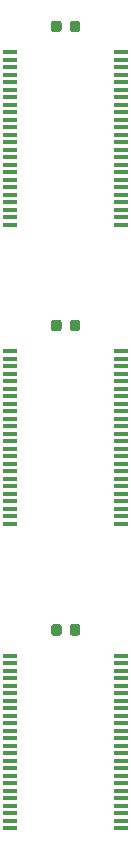
<source format=gbr>
G04 #@! TF.GenerationSoftware,KiCad,Pcbnew,(5.1.5-0-10_14)*
G04 #@! TF.CreationDate,2021-07-25T00:48:49+01:00*
G04 #@! TF.ProjectId,roscbus04,726f7363-6275-4733-9034-2e6b69636164,rev?*
G04 #@! TF.SameCoordinates,Original*
G04 #@! TF.FileFunction,Paste,Top*
G04 #@! TF.FilePolarity,Positive*
%FSLAX46Y46*%
G04 Gerber Fmt 4.6, Leading zero omitted, Abs format (unit mm)*
G04 Created by KiCad (PCBNEW (5.1.5-0-10_14)) date 2021-07-25 00:48:49*
%MOMM*%
%LPD*%
G04 APERTURE LIST*
%ADD10C,0.100000*%
%ADD11R,1.200000X0.400000*%
G04 APERTURE END LIST*
D10*
G36*
X266764590Y-48463053D02*
G01*
X266785825Y-48466203D01*
X266806649Y-48471419D01*
X266826861Y-48478651D01*
X266846267Y-48487830D01*
X266864680Y-48498866D01*
X266881923Y-48511654D01*
X266897829Y-48526070D01*
X266912245Y-48541976D01*
X266925033Y-48559219D01*
X266936069Y-48577632D01*
X266945248Y-48597038D01*
X266952480Y-48617250D01*
X266957696Y-48638074D01*
X266960846Y-48659309D01*
X266961899Y-48680750D01*
X266961899Y-49193250D01*
X266960846Y-49214691D01*
X266957696Y-49235926D01*
X266952480Y-49256750D01*
X266945248Y-49276962D01*
X266936069Y-49296368D01*
X266925033Y-49314781D01*
X266912245Y-49332024D01*
X266897829Y-49347930D01*
X266881923Y-49362346D01*
X266864680Y-49375134D01*
X266846267Y-49386170D01*
X266826861Y-49395349D01*
X266806649Y-49402581D01*
X266785825Y-49407797D01*
X266764590Y-49410947D01*
X266743149Y-49412000D01*
X266305649Y-49412000D01*
X266284208Y-49410947D01*
X266262973Y-49407797D01*
X266242149Y-49402581D01*
X266221937Y-49395349D01*
X266202531Y-49386170D01*
X266184118Y-49375134D01*
X266166875Y-49362346D01*
X266150969Y-49347930D01*
X266136553Y-49332024D01*
X266123765Y-49314781D01*
X266112729Y-49296368D01*
X266103550Y-49276962D01*
X266096318Y-49256750D01*
X266091102Y-49235926D01*
X266087952Y-49214691D01*
X266086899Y-49193250D01*
X266086899Y-48680750D01*
X266087952Y-48659309D01*
X266091102Y-48638074D01*
X266096318Y-48617250D01*
X266103550Y-48597038D01*
X266112729Y-48577632D01*
X266123765Y-48559219D01*
X266136553Y-48541976D01*
X266150969Y-48526070D01*
X266166875Y-48511654D01*
X266184118Y-48498866D01*
X266202531Y-48487830D01*
X266221937Y-48478651D01*
X266242149Y-48471419D01*
X266262973Y-48466203D01*
X266284208Y-48463053D01*
X266305649Y-48462000D01*
X266743149Y-48462000D01*
X266764590Y-48463053D01*
G37*
G36*
X265189590Y-48463053D02*
G01*
X265210825Y-48466203D01*
X265231649Y-48471419D01*
X265251861Y-48478651D01*
X265271267Y-48487830D01*
X265289680Y-48498866D01*
X265306923Y-48511654D01*
X265322829Y-48526070D01*
X265337245Y-48541976D01*
X265350033Y-48559219D01*
X265361069Y-48577632D01*
X265370248Y-48597038D01*
X265377480Y-48617250D01*
X265382696Y-48638074D01*
X265385846Y-48659309D01*
X265386899Y-48680750D01*
X265386899Y-49193250D01*
X265385846Y-49214691D01*
X265382696Y-49235926D01*
X265377480Y-49256750D01*
X265370248Y-49276962D01*
X265361069Y-49296368D01*
X265350033Y-49314781D01*
X265337245Y-49332024D01*
X265322829Y-49347930D01*
X265306923Y-49362346D01*
X265289680Y-49375134D01*
X265271267Y-49386170D01*
X265251861Y-49395349D01*
X265231649Y-49402581D01*
X265210825Y-49407797D01*
X265189590Y-49410947D01*
X265168149Y-49412000D01*
X264730649Y-49412000D01*
X264709208Y-49410947D01*
X264687973Y-49407797D01*
X264667149Y-49402581D01*
X264646937Y-49395349D01*
X264627531Y-49386170D01*
X264609118Y-49375134D01*
X264591875Y-49362346D01*
X264575969Y-49347930D01*
X264561553Y-49332024D01*
X264548765Y-49314781D01*
X264537729Y-49296368D01*
X264528550Y-49276962D01*
X264521318Y-49256750D01*
X264516102Y-49235926D01*
X264512952Y-49214691D01*
X264511899Y-49193250D01*
X264511899Y-48680750D01*
X264512952Y-48659309D01*
X264516102Y-48638074D01*
X264521318Y-48617250D01*
X264528550Y-48597038D01*
X264537729Y-48577632D01*
X264548765Y-48559219D01*
X264561553Y-48541976D01*
X264575969Y-48526070D01*
X264591875Y-48511654D01*
X264609118Y-48498866D01*
X264627531Y-48487830D01*
X264646937Y-48478651D01*
X264667149Y-48471419D01*
X264687973Y-48466203D01*
X264709208Y-48463053D01*
X264730649Y-48462000D01*
X265168149Y-48462000D01*
X265189590Y-48463053D01*
G37*
G36*
X266764590Y-73788053D02*
G01*
X266785825Y-73791203D01*
X266806649Y-73796419D01*
X266826861Y-73803651D01*
X266846267Y-73812830D01*
X266864680Y-73823866D01*
X266881923Y-73836654D01*
X266897829Y-73851070D01*
X266912245Y-73866976D01*
X266925033Y-73884219D01*
X266936069Y-73902632D01*
X266945248Y-73922038D01*
X266952480Y-73942250D01*
X266957696Y-73963074D01*
X266960846Y-73984309D01*
X266961899Y-74005750D01*
X266961899Y-74518250D01*
X266960846Y-74539691D01*
X266957696Y-74560926D01*
X266952480Y-74581750D01*
X266945248Y-74601962D01*
X266936069Y-74621368D01*
X266925033Y-74639781D01*
X266912245Y-74657024D01*
X266897829Y-74672930D01*
X266881923Y-74687346D01*
X266864680Y-74700134D01*
X266846267Y-74711170D01*
X266826861Y-74720349D01*
X266806649Y-74727581D01*
X266785825Y-74732797D01*
X266764590Y-74735947D01*
X266743149Y-74737000D01*
X266305649Y-74737000D01*
X266284208Y-74735947D01*
X266262973Y-74732797D01*
X266242149Y-74727581D01*
X266221937Y-74720349D01*
X266202531Y-74711170D01*
X266184118Y-74700134D01*
X266166875Y-74687346D01*
X266150969Y-74672930D01*
X266136553Y-74657024D01*
X266123765Y-74639781D01*
X266112729Y-74621368D01*
X266103550Y-74601962D01*
X266096318Y-74581750D01*
X266091102Y-74560926D01*
X266087952Y-74539691D01*
X266086899Y-74518250D01*
X266086899Y-74005750D01*
X266087952Y-73984309D01*
X266091102Y-73963074D01*
X266096318Y-73942250D01*
X266103550Y-73922038D01*
X266112729Y-73902632D01*
X266123765Y-73884219D01*
X266136553Y-73866976D01*
X266150969Y-73851070D01*
X266166875Y-73836654D01*
X266184118Y-73823866D01*
X266202531Y-73812830D01*
X266221937Y-73803651D01*
X266242149Y-73796419D01*
X266262973Y-73791203D01*
X266284208Y-73788053D01*
X266305649Y-73787000D01*
X266743149Y-73787000D01*
X266764590Y-73788053D01*
G37*
G36*
X265189590Y-73788053D02*
G01*
X265210825Y-73791203D01*
X265231649Y-73796419D01*
X265251861Y-73803651D01*
X265271267Y-73812830D01*
X265289680Y-73823866D01*
X265306923Y-73836654D01*
X265322829Y-73851070D01*
X265337245Y-73866976D01*
X265350033Y-73884219D01*
X265361069Y-73902632D01*
X265370248Y-73922038D01*
X265377480Y-73942250D01*
X265382696Y-73963074D01*
X265385846Y-73984309D01*
X265386899Y-74005750D01*
X265386899Y-74518250D01*
X265385846Y-74539691D01*
X265382696Y-74560926D01*
X265377480Y-74581750D01*
X265370248Y-74601962D01*
X265361069Y-74621368D01*
X265350033Y-74639781D01*
X265337245Y-74657024D01*
X265322829Y-74672930D01*
X265306923Y-74687346D01*
X265289680Y-74700134D01*
X265271267Y-74711170D01*
X265251861Y-74720349D01*
X265231649Y-74727581D01*
X265210825Y-74732797D01*
X265189590Y-74735947D01*
X265168149Y-74737000D01*
X264730649Y-74737000D01*
X264709208Y-74735947D01*
X264687973Y-74732797D01*
X264667149Y-74727581D01*
X264646937Y-74720349D01*
X264627531Y-74711170D01*
X264609118Y-74700134D01*
X264591875Y-74687346D01*
X264575969Y-74672930D01*
X264561553Y-74657024D01*
X264548765Y-74639781D01*
X264537729Y-74621368D01*
X264528550Y-74601962D01*
X264521318Y-74581750D01*
X264516102Y-74560926D01*
X264512952Y-74539691D01*
X264511899Y-74518250D01*
X264511899Y-74005750D01*
X264512952Y-73984309D01*
X264516102Y-73963074D01*
X264521318Y-73942250D01*
X264528550Y-73922038D01*
X264537729Y-73902632D01*
X264548765Y-73884219D01*
X264561553Y-73866976D01*
X264575969Y-73851070D01*
X264591875Y-73836654D01*
X264609118Y-73823866D01*
X264627531Y-73812830D01*
X264646937Y-73803651D01*
X264667149Y-73796419D01*
X264687973Y-73791203D01*
X264709208Y-73788053D01*
X264730649Y-73787000D01*
X265168149Y-73787000D01*
X265189590Y-73788053D01*
G37*
G36*
X266764590Y-99572053D02*
G01*
X266785825Y-99575203D01*
X266806649Y-99580419D01*
X266826861Y-99587651D01*
X266846267Y-99596830D01*
X266864680Y-99607866D01*
X266881923Y-99620654D01*
X266897829Y-99635070D01*
X266912245Y-99650976D01*
X266925033Y-99668219D01*
X266936069Y-99686632D01*
X266945248Y-99706038D01*
X266952480Y-99726250D01*
X266957696Y-99747074D01*
X266960846Y-99768309D01*
X266961899Y-99789750D01*
X266961899Y-100302250D01*
X266960846Y-100323691D01*
X266957696Y-100344926D01*
X266952480Y-100365750D01*
X266945248Y-100385962D01*
X266936069Y-100405368D01*
X266925033Y-100423781D01*
X266912245Y-100441024D01*
X266897829Y-100456930D01*
X266881923Y-100471346D01*
X266864680Y-100484134D01*
X266846267Y-100495170D01*
X266826861Y-100504349D01*
X266806649Y-100511581D01*
X266785825Y-100516797D01*
X266764590Y-100519947D01*
X266743149Y-100521000D01*
X266305649Y-100521000D01*
X266284208Y-100519947D01*
X266262973Y-100516797D01*
X266242149Y-100511581D01*
X266221937Y-100504349D01*
X266202531Y-100495170D01*
X266184118Y-100484134D01*
X266166875Y-100471346D01*
X266150969Y-100456930D01*
X266136553Y-100441024D01*
X266123765Y-100423781D01*
X266112729Y-100405368D01*
X266103550Y-100385962D01*
X266096318Y-100365750D01*
X266091102Y-100344926D01*
X266087952Y-100323691D01*
X266086899Y-100302250D01*
X266086899Y-99789750D01*
X266087952Y-99768309D01*
X266091102Y-99747074D01*
X266096318Y-99726250D01*
X266103550Y-99706038D01*
X266112729Y-99686632D01*
X266123765Y-99668219D01*
X266136553Y-99650976D01*
X266150969Y-99635070D01*
X266166875Y-99620654D01*
X266184118Y-99607866D01*
X266202531Y-99596830D01*
X266221937Y-99587651D01*
X266242149Y-99580419D01*
X266262973Y-99575203D01*
X266284208Y-99572053D01*
X266305649Y-99571000D01*
X266743149Y-99571000D01*
X266764590Y-99572053D01*
G37*
G36*
X265189590Y-99572053D02*
G01*
X265210825Y-99575203D01*
X265231649Y-99580419D01*
X265251861Y-99587651D01*
X265271267Y-99596830D01*
X265289680Y-99607866D01*
X265306923Y-99620654D01*
X265322829Y-99635070D01*
X265337245Y-99650976D01*
X265350033Y-99668219D01*
X265361069Y-99686632D01*
X265370248Y-99706038D01*
X265377480Y-99726250D01*
X265382696Y-99747074D01*
X265385846Y-99768309D01*
X265386899Y-99789750D01*
X265386899Y-100302250D01*
X265385846Y-100323691D01*
X265382696Y-100344926D01*
X265377480Y-100365750D01*
X265370248Y-100385962D01*
X265361069Y-100405368D01*
X265350033Y-100423781D01*
X265337245Y-100441024D01*
X265322829Y-100456930D01*
X265306923Y-100471346D01*
X265289680Y-100484134D01*
X265271267Y-100495170D01*
X265251861Y-100504349D01*
X265231649Y-100511581D01*
X265210825Y-100516797D01*
X265189590Y-100519947D01*
X265168149Y-100521000D01*
X264730649Y-100521000D01*
X264709208Y-100519947D01*
X264687973Y-100516797D01*
X264667149Y-100511581D01*
X264646937Y-100504349D01*
X264627531Y-100495170D01*
X264609118Y-100484134D01*
X264591875Y-100471346D01*
X264575969Y-100456930D01*
X264561553Y-100441024D01*
X264548765Y-100423781D01*
X264537729Y-100405368D01*
X264528550Y-100385962D01*
X264521318Y-100365750D01*
X264516102Y-100344926D01*
X264512952Y-100323691D01*
X264511899Y-100302250D01*
X264511899Y-99789750D01*
X264512952Y-99768309D01*
X264516102Y-99747074D01*
X264521318Y-99726250D01*
X264528550Y-99706038D01*
X264537729Y-99686632D01*
X264548765Y-99668219D01*
X264561553Y-99650976D01*
X264575969Y-99635070D01*
X264591875Y-99620654D01*
X264609118Y-99607866D01*
X264627531Y-99596830D01*
X264646937Y-99587651D01*
X264667149Y-99580419D01*
X264687973Y-99575203D01*
X264709208Y-99572053D01*
X264730649Y-99571000D01*
X265168149Y-99571000D01*
X265189590Y-99572053D01*
G37*
D11*
X270436899Y-76459500D03*
X270436899Y-77094500D03*
X270436899Y-77729500D03*
X270436899Y-78364500D03*
X270436899Y-78999500D03*
X270436899Y-79634500D03*
X270436899Y-80269500D03*
X270436899Y-80904500D03*
X270436899Y-81539500D03*
X270436899Y-82174500D03*
X270436899Y-82809500D03*
X270436899Y-83444500D03*
X270436899Y-84079500D03*
X270436899Y-84714500D03*
X270436899Y-85349500D03*
X270436899Y-85984500D03*
X270436899Y-86619500D03*
X270436899Y-87254500D03*
X270436899Y-87889500D03*
X270436899Y-88524500D03*
X270436899Y-89159500D03*
X270436899Y-89794500D03*
X270436899Y-90429500D03*
X270436899Y-91064500D03*
X261036899Y-91064500D03*
X261036899Y-90429500D03*
X261036899Y-89794500D03*
X261036899Y-89159500D03*
X261036899Y-88524500D03*
X261036899Y-87889500D03*
X261036899Y-87254500D03*
X261036899Y-86619500D03*
X261036899Y-85984500D03*
X261036899Y-85349500D03*
X261036899Y-84714500D03*
X261036899Y-84079500D03*
X261036899Y-83444500D03*
X261036899Y-82809500D03*
X261036899Y-82174500D03*
X261036899Y-81539500D03*
X261036899Y-80904500D03*
X261036899Y-80269500D03*
X261036899Y-79634500D03*
X261036899Y-78999500D03*
X261036899Y-78364500D03*
X261036899Y-77729500D03*
X261036899Y-77094500D03*
X261036899Y-76459500D03*
X270436899Y-51134500D03*
X270436899Y-51769500D03*
X270436899Y-52404500D03*
X270436899Y-53039500D03*
X270436899Y-53674500D03*
X270436899Y-54309500D03*
X270436899Y-54944500D03*
X270436899Y-55579500D03*
X270436899Y-56214500D03*
X270436899Y-56849500D03*
X270436899Y-57484500D03*
X270436899Y-58119500D03*
X270436899Y-58754500D03*
X270436899Y-59389500D03*
X270436899Y-60024500D03*
X270436899Y-60659500D03*
X270436899Y-61294500D03*
X270436899Y-61929500D03*
X270436899Y-62564500D03*
X270436899Y-63199500D03*
X270436899Y-63834500D03*
X270436899Y-64469500D03*
X270436899Y-65104500D03*
X270436899Y-65739500D03*
X261036899Y-65739500D03*
X261036899Y-65104500D03*
X261036899Y-64469500D03*
X261036899Y-63834500D03*
X261036899Y-63199500D03*
X261036899Y-62564500D03*
X261036899Y-61929500D03*
X261036899Y-61294500D03*
X261036899Y-60659500D03*
X261036899Y-60024500D03*
X261036899Y-59389500D03*
X261036899Y-58754500D03*
X261036899Y-58119500D03*
X261036899Y-57484500D03*
X261036899Y-56849500D03*
X261036899Y-56214500D03*
X261036899Y-55579500D03*
X261036899Y-54944500D03*
X261036899Y-54309500D03*
X261036899Y-53674500D03*
X261036899Y-53039500D03*
X261036899Y-52404500D03*
X261036899Y-51769500D03*
X261036899Y-51134500D03*
X261036899Y-116848500D03*
X261036899Y-116213500D03*
X261036899Y-115578500D03*
X261036899Y-114943500D03*
X261036899Y-114308500D03*
X261036899Y-113673500D03*
X261036899Y-113038500D03*
X261036899Y-112403500D03*
X261036899Y-111768500D03*
X261036899Y-111133500D03*
X261036899Y-110498500D03*
X261036899Y-109863500D03*
X261036899Y-109228500D03*
X261036899Y-108593500D03*
X261036899Y-107958500D03*
X261036899Y-107323500D03*
X261036899Y-106688500D03*
X261036899Y-106053500D03*
X261036899Y-105418500D03*
X261036899Y-104783500D03*
X261036899Y-104148500D03*
X261036899Y-103513500D03*
X261036899Y-102878500D03*
X261036899Y-102243500D03*
X270436899Y-102243500D03*
X270436899Y-102878500D03*
X270436899Y-103513500D03*
X270436899Y-104148500D03*
X270436899Y-104783500D03*
X270436899Y-105418500D03*
X270436899Y-106053500D03*
X270436899Y-106688500D03*
X270436899Y-107323500D03*
X270436899Y-107958500D03*
X270436899Y-108593500D03*
X270436899Y-109228500D03*
X270436899Y-109863500D03*
X270436899Y-110498500D03*
X270436899Y-111133500D03*
X270436899Y-111768500D03*
X270436899Y-112403500D03*
X270436899Y-113038500D03*
X270436899Y-113673500D03*
X270436899Y-114308500D03*
X270436899Y-114943500D03*
X270436899Y-115578500D03*
X270436899Y-116213500D03*
X270436899Y-116848500D03*
M02*

</source>
